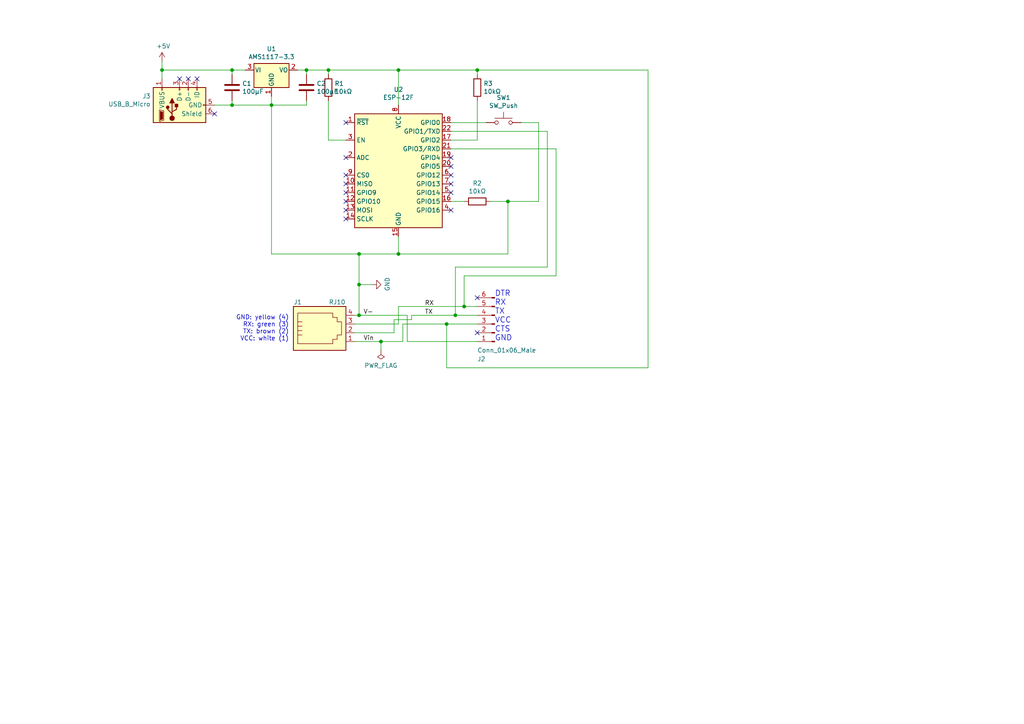
<source format=kicad_sch>
(kicad_sch (version 20230121) (generator eeschema)
  (paper "A4")
  (title_block (title "RJ FTDI Adapter") (date "2024-03-15") (rev "1.4") (company "haus-automatisierung.com") (comment 1 "Matthias Kleine"))
  (lib_symbols
    (symbol "Connector:Conn_01x06_Male" (pin_names (offset 1.016) hide)
      (property "Reference" "J" (at 0 7.62 0))
      (property "Value" "Conn_01x06_Male" (at 0 -10.16 0))
      (symbol "Conn_01x06_Male_1_1"
        (polyline (pts (xy 1.27 -7.62) (xy 0.8636 -7.62)) (stroke (width 0.1524)))
        (polyline (pts (xy 1.27 -5.08) (xy 0.8636 -5.08)) (stroke (width 0.1524)))
        (polyline (pts (xy 1.27 -2.54) (xy 0.8636 -2.54)) (stroke (width 0.1524)))
        (polyline (pts (xy 1.27 0) (xy 0.8636 0)) (stroke (width 0.1524)))
        (polyline (pts (xy 1.27 2.54) (xy 0.8636 2.54)) (stroke (width 0.1524)))
        (polyline (pts (xy 1.27 5.08) (xy 0.8636 5.08)) (stroke (width 0.1524)))
        (rectangle (start 0.8636 -7.493) (end 0 -7.747) (stroke (width 0.1524)) (fill (type outline)))
        (rectangle (start 0.8636 -4.953) (end 0 -5.207) (stroke (width 0.1524)) (fill (type outline)))
        (rectangle (start 0.8636 -2.413) (end 0 -2.667) (stroke (width 0.1524)) (fill (type outline)))
        (rectangle (start 0.8636 0.127) (end 0 -0.127) (stroke (width 0.1524)) (fill (type outline)))
        (rectangle (start 0.8636 2.667) (end 0 2.413) (stroke (width 0.1524)) (fill (type outline)))
        (rectangle (start 0.8636 5.207) (end 0 4.953) (stroke (width 0.1524)) (fill (type outline)))
        (pin passive line (at 5.08 5.08 180) (length 3.81) (name "Pin_1") (number "1"))
        (pin passive line (at 5.08 2.54 180) (length 3.81) (name "Pin_2") (number "2"))
        (pin passive line (at 5.08 0 180) (length 3.81) (name "Pin_3") (number "3"))
        (pin passive line (at 5.08 -2.54 180) (length 3.81) (name "Pin_4") (number "4"))
        (pin passive line (at 5.08 -5.08 180) (length 3.81) (name "Pin_5") (number "5"))
        (pin passive line (at 5.08 -7.62 180) (length 3.81) (name "Pin_6") (number "6"))
      )
    )
    (symbol "Connector:RJ10" (pin_names (offset 1.016))
      (property "Reference" "J" (at -5.08 8.89 0))
      (property "Value" "RJ10" (at 2.54 8.89 0))
      (symbol "RJ10_0_1"
        (polyline (pts (xy -6.35 -0.635) (xy -5.08 -0.635) (xy -5.08 -0.635)))
        (polyline (pts (xy -6.35 0.635) (xy -5.08 0.635) (xy -5.08 0.635)))
        (polyline (pts (xy -6.35 1.905) (xy -5.08 1.905) (xy -5.08 1.905)))
        (polyline (pts (xy -6.35 3.175) (xy -5.08 3.175) (xy -5.08 3.175)))
        (polyline (pts (xy -6.35 -3.175) (xy -6.35 5.715) (xy -1.27 5.715) (xy 3.81 5.715) (xy 3.81 4.445) (xy 5.08 4.445) (xy 5.08 3.175) (xy 6.35 3.175) (xy 6.35 -0.635) (xy 5.08 -0.635) (xy 5.08 -1.905) (xy 3.81 -1.905) (xy 3.81 -3.175) (xy -6.35 -3.175) (xy -6.35 -3.175)))
        (rectangle (start 7.62 7.62) (end -7.62 -5.08) (stroke (width 0.254)) (fill (type background)))
      )
      (symbol "RJ10_1_1"
        (pin passive line (at 10.16 -2.54 180) (length 2.54) (name "~") (number "1"))
        (pin passive line (at 10.16 0 180) (length 2.54) (name "~") (number "2"))
        (pin passive line (at 10.16 2.54 180) (length 2.54) (name "~") (number "3"))
        (pin passive line (at 10.16 5.08 180) (length 2.54) (name "~") (number "4"))
      )
    )
    (symbol "Device:C" (pin_numbers hide) (pin_names (offset 0.254))
      (property "Reference" "C" (at 0.635 2.54 0))
      (property "Value" "C" (at 0.635 -2.54 0))
      (symbol "C_0_1"
        (polyline (pts (xy -2.032 -0.762) (xy 2.032 -0.762)) (stroke (width 0.508)))
        (polyline (pts (xy -2.032 0.762) (xy 2.032 0.762)) (stroke (width 0.508)))
      )
      (symbol "C_1_1"
        (pin passive line (at 0 3.81 270) (length 2.794) (name "~") (number "1"))
        (pin passive line (at 0 -3.81 90) (length 2.794) (name "~") (number "2"))
      )
    )
    (symbol "Device:R" (pin_numbers hide) (pin_names (offset 0))
      (property "Reference" "R" (at 2.032 0 90))
      (property "Value" "R" (at 0 0 90))
      (symbol "R_0_1"
        (rectangle (start -1.016 -2.54) (end 1.016 2.54) (stroke (width 0.254)))
      )
      (symbol "R_1_1"
        (pin passive line (at 0 3.81 270) (length 1.27) (name "~") (number "1"))
        (pin passive line (at 0 -3.81 90) (length 1.27) (name "~") (number "2"))
      )
    )
    (symbol "RF_Module:ESP-12F"
      (property "Reference" "U" (at -12.7 19.05 0))
      (property "Value" "ESP-12F" (at 12.7 19.05 0))
      (symbol "ESP-12F_0_1"
        (rectangle (start -12.7 17.78) (end 12.7 -15.24) (stroke (width 0.254)) (fill (type background)))
      )
      (symbol "ESP-12F_1_1"
        (pin input line (at -15.24 15.24 0) (length 2.54) (name "~{RST}") (number "1"))
        (pin bidirectional line (at -15.24 -2.54 0) (length 2.54) (name "MISO") (number "10"))
        (pin bidirectional line (at -15.24 -5.08 0) (length 2.54) (name "GPIO9") (number "11"))
        (pin bidirectional line (at -15.24 -7.62 0) (length 2.54) (name "GPIO10") (number "12"))
        (pin bidirectional line (at -15.24 -10.16 0) (length 2.54) (name "MOSI") (number "13"))
        (pin bidirectional line (at -15.24 -12.7 0) (length 2.54) (name "SCLK") (number "14"))
        (pin power_in line (at 0 -17.78 90) (length 2.54) (name "GND") (number "15"))
        (pin bidirectional line (at 15.24 -7.62 180) (length 2.54) (name "GPIO15") (number "16"))
        (pin bidirectional line (at 15.24 10.16 180) (length 2.54) (name "GPIO2") (number "17"))
        (pin bidirectional line (at 15.24 15.24 180) (length 2.54) (name "GPIO0") (number "18"))
        (pin bidirectional line (at 15.24 5.08 180) (length 2.54) (name "GPIO4") (number "19"))
        (pin input line (at -15.24 5.08 0) (length 2.54) (name "ADC") (number "2"))
        (pin bidirectional line (at 15.24 2.54 180) (length 2.54) (name "GPIO5") (number "20"))
        (pin bidirectional line (at 15.24 7.62 180) (length 2.54) (name "GPIO3/RXD") (number "21"))
        (pin bidirectional line (at 15.24 12.7 180) (length 2.54) (name "GPIO1/TXD") (number "22"))
        (pin input line (at -15.24 10.16 0) (length 2.54) (name "EN") (number "3"))
        (pin bidirectional line (at 15.24 -10.16 180) (length 2.54) (name "GPIO16") (number "4"))
        (pin bidirectional line (at 15.24 -5.08 180) (length 2.54) (name "GPIO14") (number "5"))
        (pin bidirectional line (at 15.24 0 180) (length 2.54) (name "GPIO12") (number "6"))
        (pin bidirectional line (at 15.24 -2.54 180) (length 2.54) (name "GPIO13") (number "7"))
        (pin power_in line (at 0 20.32 270) (length 2.54) (name "VCC") (number "8"))
        (pin input line (at -15.24 0 0) (length 2.54) (name "CS0") (number "9"))
      )
    )
    (symbol "RJ10Adapter-rescue:USB_B_Micro-Connector" (pin_names (offset 1.016))
      (property "Reference" "J" (at -5.08 11.43 0))
      (property "Value" "RJ10Adapter-rescue_USB_B_Micro-Connector" (at -5.08 8.89 0))
      (symbol "USB_B_Micro-Connector_0_1"
        (rectangle (start -5.08 -7.62) (end 5.08 7.62) (stroke (width 0.254)) (fill (type background)))
        (circle (center -3.81 2.159) (radius 0.635) (stroke (width 0.254)) (fill (type outline)))
        (circle (center -0.635 3.429) (radius 0.381) (stroke (width 0.254)) (fill (type outline)))
        (rectangle (start -0.127 -7.62) (end 0.127 -6.858))
        (polyline (pts (xy -1.905 2.159) (xy 0.635 2.159)) (stroke (width 0.254)))
        (polyline (pts (xy -3.175 2.159) (xy -2.54 2.159) (xy -1.27 3.429) (xy -0.635 3.429)) (stroke (width 0.254)))
        (polyline (pts (xy -2.54 2.159) (xy -1.905 2.159) (xy -1.27 0.889) (xy 0 0.889)) (stroke (width 0.254)))
        (polyline (pts (xy 0.635 2.794) (xy 0.635 1.524) (xy 1.905 2.159) (xy 0.635 2.794)) (stroke (width 0.254)) (fill (type outline)))
        (polyline (pts (xy -4.318 5.588) (xy -1.778 5.588) (xy -2.032 4.826) (xy -4.064 4.826) (xy -4.318 5.588)) (fill (type outline)))
        (polyline (pts (xy -4.699 5.842) (xy -4.699 5.588) (xy -4.445 4.826) (xy -4.445 4.572) (xy -1.651 4.572) (xy -1.651 4.826) (xy -1.397 5.588) (xy -1.397 5.842) (xy -4.699 5.842)))
        (rectangle (start 0.254 1.27) (end -0.508 0.508) (stroke (width 0.254)) (fill (type outline)))
        (rectangle (start 5.08 -5.207) (end 4.318 -4.953))
        (rectangle (start 5.08 -2.667) (end 4.318 -2.413))
        (rectangle (start 5.08 -0.127) (end 4.318 0.127))
        (rectangle (start 5.08 4.953) (end 4.318 5.207))
      )
      (symbol "USB_B_Micro-Connector_1_1"
        (pin power_out line (at 7.62 5.08 180) (length 2.54) (name "VBUS") (number "1"))
        (pin passive line (at 7.62 -2.54 180) (length 2.54) (name "D-") (number "2"))
        (pin passive line (at 7.62 0 180) (length 2.54) (name "D+") (number "3"))
        (pin passive line (at 7.62 -5.08 180) (length 2.54) (name "ID") (number "4"))
        (pin power_out line (at 0 -10.16 90) (length 2.54) (name "GND") (number "5"))
        (pin passive line (at -2.54 -10.16 90) (length 2.54) (name "Shield") (number "6"))
      )
    )
    (symbol "Regulator_Linear:AMS1117-3.3" (pin_names (offset 0.254))
      (property "Reference" "U" (at -3.81 3.175 0))
      (property "Value" "AMS1117-3.3" (at 0 3.175 0))
      (symbol "AMS1117-3.3_0_1"
        (rectangle (start -5.08 -5.08) (end 5.08 1.905) (stroke (width 0.254)) (fill (type background)))
      )
      (symbol "AMS1117-3.3_1_1"
        (pin power_in line (at 0 -7.62 90) (length 2.54) (name "GND") (number "1"))
        (pin power_out line (at 7.62 0 180) (length 2.54) (name "VO") (number "2"))
        (pin power_in line (at -7.62 0 0) (length 2.54) (name "VI") (number "3"))
      )
    )
    (symbol "Switch:SW_Push" (pin_numbers hide) (pin_names (offset 1.016) hide)
      (property "Reference" "SW" (at 1.27 2.54 0))
      (property "Value" "SW_Push" (at 0 -1.524 0))
      (symbol "SW_Push_0_1"
        (circle (center -2.032 0) (radius 0.508))
        (polyline (pts (xy 0 1.27) (xy 0 3.048)))
        (polyline (pts (xy 2.54 1.27) (xy -2.54 1.27)))
        (circle (center 2.032 0) (radius 0.508))
        (pin passive line (at -5.08 0 0) (length 2.54) (name "1") (number "1"))
        (pin passive line (at 5.08 0 180) (length 2.54) (name "2") (number "2"))
      )
    )
    (symbol "power:+5V" (power) (pin_names (offset 0))
      (property "Value" "+5V" (at 0 3.556 0))
      (symbol "+5V_0_1"
        (polyline (pts (xy -0.762 1.27) (xy 0 2.54)))
        (polyline (pts (xy 0 0) (xy 0 2.54)))
        (polyline (pts (xy 0 2.54) (xy 0.762 1.27)))
      )
      (symbol "+5V_1_1"
        (pin power_in line (at 0 0 90) (length 0) hide (name "+5V") (number "1"))
      )
    )
    (symbol "power:GND" (power) (pin_names (offset 0))
      (property "Value" "GND" (at 0 -3.81 0))
      (symbol "GND_0_1"
        (polyline (pts (xy 0 0) (xy 0 -1.27) (xy 1.27 -1.27) (xy 0 -2.54) (xy -1.27 -1.27) (xy 0 -1.27)))
      )
      (symbol "GND_1_1"
        (pin power_in line (at 0 0 270) (length 0) hide (name "GND") (number "1"))
      )
    )
    (symbol "power:PWR_FLAG" (power) (pin_numbers hide) (pin_names (offset 0) hide)
      (property "Value" "PWR_FLAG" (at 0 3.81 0))
      (symbol "PWR_FLAG_0_0"
        (pin power_out line (at 0 0 90) (length 0) (name "pwr") (number "1"))
      )
      (symbol "PWR_FLAG_0_1"
        (polyline (pts (xy 0 0) (xy 0 1.27) (xy -1.016 1.905) (xy 0 2.54) (xy 1.016 1.905) (xy 0 1.27)))
      )
    )
  )
  (junction (at 78.74 30.48))
  (junction (at 67.31 20.32))
  (junction (at 147.32 58.42))
  (junction (at 104.14 73.66))
  (junction (at 88.9 20.32))
  (junction (at 115.57 20.32))
  (junction (at 67.31 30.48))
  (junction (at 104.14 91.44))
  (junction (at 104.14 82.55))
  (junction (at 132.08 91.44))
  (junction (at 95.25 20.32))
  (junction (at 115.57 73.66))
  (junction (at 129.54 93.98))
  (junction (at 134.62 88.9))
  (junction (at 138.43 20.32))
  (junction (at 46.99 20.32))
  (junction (at 110.49 99.06))
  (no_connect (at 62.23 33.02))
  (no_connect (at 100.33 55.88))
  (no_connect (at 100.33 60.96))
  (no_connect (at 57.15 22.86))
  (no_connect (at 138.43 86.36))
  (no_connect (at 100.33 53.34))
  (no_connect (at 130.81 53.34))
  (no_connect (at 100.33 63.5))
  (no_connect (at 130.81 50.8))
  (no_connect (at 130.81 55.88))
  (no_connect (at 130.81 48.26))
  (no_connect (at 130.81 45.72))
  (no_connect (at 54.61 22.86))
  (no_connect (at 100.33 58.42))
  (no_connect (at 138.43 96.52))
  (no_connect (at 100.33 45.72))
  (no_connect (at 100.33 50.8))
  (no_connect (at 100.33 35.56))
  (no_connect (at 52.07 22.86))
  (no_connect (at 130.81 60.96))
  (wire (pts (xy 114.3 96.52) (xy 102.87 96.52)))
  (wire (pts (xy 138.43 20.32) (xy 187.96 20.32)))
  (wire (pts (xy 67.31 30.48) (xy 78.74 30.48)))
  (wire (pts (xy 95.25 21.59) (xy 95.25 20.32)))
  (wire (pts (xy 67.31 21.59) (xy 67.31 20.32)))
  (wire (pts (xy 118.11 91.44) (xy 118.11 99.06)))
  (wire (pts (xy 132.08 91.44) (xy 132.08 77.47)))
  (wire (pts (xy 116.84 99.06) (xy 116.84 93.98)))
  (wire (pts (xy 130.81 43.18) (xy 161.29 43.18)))
  (wire (pts (xy 71.12 20.32) (xy 67.31 20.32)))
  (wire (pts (xy 104.14 91.44) (xy 104.14 82.55)))
  (wire (pts (xy 78.74 30.48) (xy 78.74 73.66)))
  (wire (pts (xy 130.81 58.42) (xy 134.62 58.42)))
  (wire (pts (xy 140.97 35.56) (xy 130.81 35.56)))
  (wire (pts (xy 67.31 20.32) (xy 46.99 20.32)))
  (wire (pts (xy 95.25 20.32) (xy 115.57 20.32)))
  (wire (pts (xy 129.54 106.68) (xy 187.96 106.68)))
  (wire (pts (xy 118.11 99.06) (xy 138.43 99.06)))
  (wire (pts (xy 142.24 58.42) (xy 147.32 58.42)))
  (wire (pts (xy 138.43 21.59) (xy 138.43 20.32)))
  (wire (pts (xy 102.87 93.98) (xy 115.57 93.98)))
  (wire (pts (xy 129.54 93.98) (xy 129.54 106.68)))
  (wire (pts (xy 130.81 40.64) (xy 138.43 40.64)))
  (wire (pts (xy 134.62 88.9) (xy 134.62 80.01)))
  (wire (pts (xy 88.9 20.32) (xy 95.25 20.32)))
  (wire (pts (xy 102.87 91.44) (xy 104.14 91.44)))
  (wire (pts (xy 104.14 73.66) (xy 115.57 73.66)))
  (wire (pts (xy 119.38 91.44) (xy 132.08 91.44)))
  (wire (pts (xy 104.14 91.44) (xy 118.11 91.44)))
  (wire (pts (xy 86.36 20.32) (xy 88.9 20.32)))
  (wire (pts (xy 114.3 92.71) (xy 114.3 96.52)))
  (wire (pts (xy 151.13 35.56) (xy 156.21 35.56)))
  (wire (pts (xy 134.62 80.01) (xy 161.29 80.01)))
  (wire (pts (xy 134.62 88.9) (xy 138.43 88.9)))
  (wire (pts (xy 147.32 73.66) (xy 115.57 73.66)))
  (wire (pts (xy 161.29 43.18) (xy 161.29 80.01)))
  (wire (pts (xy 130.81 38.1) (xy 158.75 38.1)))
  (wire (pts (xy 110.49 101.6) (xy 110.49 99.06)))
  (wire (pts (xy 67.31 29.21) (xy 67.31 30.48)))
  (wire (pts (xy 115.57 93.98) (xy 115.57 88.9)))
  (wire (pts (xy 88.9 29.21) (xy 88.9 30.48)))
  (wire (pts (xy 119.38 92.71) (xy 119.38 91.44)))
  (wire (pts (xy 156.21 58.42) (xy 147.32 58.42)))
  (wire (pts (xy 138.43 40.64) (xy 138.43 29.21)))
  (wire (pts (xy 46.99 17.78) (xy 46.99 20.32)))
  (wire (pts (xy 114.3 92.71) (xy 119.38 92.71)))
  (wire (pts (xy 78.74 73.66) (xy 104.14 73.66)))
  (wire (pts (xy 102.87 99.06) (xy 110.49 99.06)))
  (wire (pts (xy 115.57 88.9) (xy 134.62 88.9)))
  (wire (pts (xy 104.14 82.55) (xy 104.14 73.66)))
  (wire (pts (xy 115.57 20.32) (xy 138.43 20.32)))
  (wire (pts (xy 187.96 106.68) (xy 187.96 20.32)))
  (wire (pts (xy 110.49 99.06) (xy 116.84 99.06)))
  (wire (pts (xy 132.08 91.44) (xy 138.43 91.44)))
  (wire (pts (xy 132.08 77.47) (xy 158.75 77.47)))
  (wire (pts (xy 107.95 82.55) (xy 104.14 82.55)))
  (wire (pts (xy 78.74 27.94) (xy 78.74 30.48)))
  (wire (pts (xy 88.9 21.59) (xy 88.9 20.32)))
  (wire (pts (xy 95.25 29.21) (xy 95.25 40.64)))
  (wire (pts (xy 156.21 35.56) (xy 156.21 58.42)))
  (wire (pts (xy 129.54 93.98) (xy 138.43 93.98)))
  (wire (pts (xy 62.23 30.48) (xy 67.31 30.48)))
  (wire (pts (xy 88.9 30.48) (xy 78.74 30.48)))
  (wire (pts (xy 46.99 20.32) (xy 46.99 22.86)))
  (wire (pts (xy 158.75 77.47) (xy 158.75 38.1)))
  (wire (pts (xy 115.57 20.32) (xy 115.57 30.48)))
  (wire (pts (xy 95.25 40.64) (xy 100.33 40.64)))
  (wire (pts (xy 115.57 73.66) (xy 115.57 68.58)))
  (wire (pts (xy 147.32 58.42) (xy 147.32 73.66)))
  (wire (pts (xy 116.84 93.98) (xy 129.54 93.98)))
  (text "GND: yellow (4)\nRX: green (3)\nTX: brown (2)\nVCC: white (1)" (at 83.82 99.06 0) (effects (font (size 1.27 1.27)) (justify right bottom)))
  (text "DTR\nRX\nTX\nVCC\nCTS\nGND" (at 143.51 99.06 0) (effects (font (size 1.6002 1.6002)) (justify left bottom)))
  (label "Vin" (at 105.41 99.06 0))
  (label "V-" (at 105.41 91.44 0))
  (label "RX" (at 123.19 88.9 0))
  (label "TX" (at 123.19 91.44 0))
  (symbol (lib_id "Connector:RJ10") (at 92.71 96.52 0) (unit 1)
    (property "Reference" "J1" (at 86.36 87.63 0))
    (property "Value" "RJ10" (at 97.79 87.63 0))
    (property "Footprint" "haus-automatisierung:MEBP_44S" (effects hide))
  )
  (symbol (lib_id "Connector:Conn_01x06_Male") (at 143.51 93.98 180) (unit 1)
    (property "Reference" "J2" (at 138.43 104.14 0) (effects (justify right)))
    (property "Value" "Conn_01x06_Male" (at 138.43 101.6 0) (effects (justify right)))
    (property "Footprint" "Connector_PinHeader_2.54mm:PinHeader_1x06_P2.54mm_Vertical" (effects hide))
  )
  (symbol (lib_id "power:GND") (at 107.95 82.55 90) (unit 1)
    (property "Reference" "#PWR0101" (effects hide))
    (property "Value" "GND" (at 112.3442 82.423 0))
  )
  (symbol (lib_id "power:PWR_FLAG") (at 110.49 101.6 180) (unit 1)
    (property "Reference" "#FLG0101" (effects hide))
    (property "Value" "PWR_FLAG" (at 110.49 106.0196 0))
  )
  (symbol (lib_id "RF_Module:ESP-12F") (at 115.57 50.8 0) (unit 1)
    (property "Reference" "U2" (at 115.57 25.9588 0))
    (property "Value" "ESP-12F" (at 115.57 28.2702 0))
    (property "Footprint" "RF_Module:ESP-12E" (effects hide))
    (property "Datasheet" "http://wiki.ai-thinker.com/_media/esp8266/esp8266_series_modules_user_manual_v1.1.pdf" (effects hide))
  )
  (symbol (lib_id "Device:R") (at 138.43 58.42 270) (unit 1)
    (property "Reference" "R2" (at 138.43 53.1622 90))
    (property "Value" "10kΩ" (at 138.43 55.4736 90))
    (property "Footprint" "Resistor_SMD:R_0805_2012Metric_Pad1.20x1.40mm_HandSolder" (effects hide))
  )
  (symbol (lib_id "RJ10Adapter-rescue:USB_B_Micro-Connector") (at 52.07 30.48 90) (unit 1)
    (property "Reference" "J3" (at 43.688 27.8892 90) (effects (justify left)))
    (property "Value" "USB_B_Micro" (at 43.688 30.2006 90) (effects (justify left)))
    (property "Footprint" "Connector_USB:USB_Micro-B_Molex_47346-0001" (effects hide))
  )
  (symbol (lib_id "power:+5V") (at 46.99 17.78 0) (unit 1)
    (property "Reference" "#PWR01" (effects hide))
    (property "Value" "+5V" (at 47.371 13.3858 0))
  )
  (symbol (lib_id "Regulator_Linear:AMS1117-3.3") (at 78.74 20.32 0) (unit 1)
    (property "Reference" "U1" (at 78.74 14.1732 0))
    (property "Value" "AMS1117-3.3" (at 78.74 16.4846 0))
    (property "Footprint" "Package_TO_SOT_SMD:SOT-223-3_TabPin2" (effects hide))
    (property "Datasheet" "http://www.advanced-monolithic.com/pdf/ds1117.pdf" (effects hide))
  )
  (symbol (lib_id "Device:C") (at 67.31 25.4 0) (unit 1)
    (property "Reference" "C1" (at 70.231 24.2316 0) (effects (justify left)))
    (property "Value" "100µF" (at 70.231 26.543 0) (effects (justify left)))
    (property "Footprint" "Capacitor_SMD:C_0805_2012Metric_Pad1.18x1.45mm_HandSolder" (effects hide))
  )
  (symbol (lib_id "Device:C") (at 88.9 25.4 0) (unit 1)
    (property "Reference" "C2" (at 91.821 24.2316 0) (effects (justify left)))
    (property "Value" "100µF" (at 91.821 26.543 0) (effects (justify left)))
    (property "Footprint" "Capacitor_SMD:C_0805_2012Metric_Pad1.18x1.45mm_HandSolder" (effects hide))
  )
  (symbol (lib_id "Device:R") (at 95.25 25.4 0) (unit 1)
    (property "Reference" "R1" (at 97.028 24.2316 0) (effects (justify left)))
    (property "Value" "10kΩ" (at 97.028 26.543 0) (effects (justify left)))
    (property "Footprint" "Resistor_SMD:R_0805_2012Metric_Pad1.20x1.40mm_HandSolder" (effects hide))
  )
  (symbol (lib_id "Switch:SW_Push") (at 146.05 35.56 0) (unit 1)
    (property "Reference" "SW1" (at 146.05 28.321 0))
    (property "Value" "SW_Push" (at 146.05 30.6324 0))
    (property "Footprint" "Button_Switch_SMD:SW_SPST_CK_RS282G05A3" (effects hide))
  )
  (symbol (lib_id "Device:R") (at 138.43 25.4 0) (unit 1)
    (property "Reference" "R3" (at 140.208 24.2316 0) (effects (justify left)))
    (property "Value" "10kΩ" (at 140.208 26.543 0) (effects (justify left)))
    (property "Footprint" "Resistor_SMD:R_0805_2012Metric_Pad1.20x1.40mm_HandSolder" (effects hide))
  )
)
</source>
